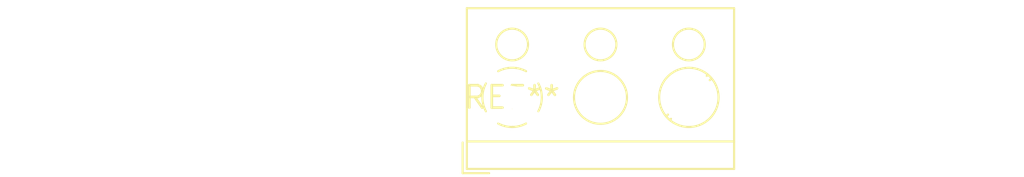
<source format=kicad_pcb>
(kicad_pcb (version 20240108) (generator pcbnew)
  (layers (0 "F.Cu" signal) (31 "B.Cu" signal) (34 "B.Paste" user) (35 "F.Paste" user) (36 "B.SilkS" user "B.Silkscreen") (37 "F.SilkS" user "F.Silkscreen") (38 "B.Mask" user) (39 "F.Mask" user) (44 "Edge.Cuts" user))
  (net 0 "")
  (footprint "TerminalBlock_RND_205-00023_1x02_P10.00mm_Horizontal" (layer "F.Cu") (at 0 0)
    (property "Reference" "REF**")
    (property "Value" "TerminalBlock_RND_205-00023_1x02_P10.00mm_Horizontal")
    (fp_line (start -2.8 2.56) (end -2.8 4.3) (layer "F.SilkS") (stroke (width 0.12)))
    (fp_line (start -2.8 4.3) (end -1.3 4.3) (layer "F.SilkS") (stroke (width 0.12)))
    (fp_line (start -2.56 -5.06) (end -2.56 4.06) (layer "F.SilkS") (stroke (width 0.12)))
    (fp_line (start -2.56 -5.06) (end 12.56 -5.06) (layer "F.SilkS") (stroke (width 0.12)))
    (fp_line (start -2.56 2.5) (end 12.56 2.5) (layer "F.SilkS") (stroke (width 0.12)))
    (fp_line (start -2.56 4.06) (end 12.56 4.06) (layer "F.SilkS") (stroke (width 0.12)))
    (fp_line (start 8.82 0.976) (end 8.726 1.069) (layer "F.SilkS") (stroke (width 0.12)))
    (fp_line (start 8.99 1.216) (end 8.931 1.274) (layer "F.SilkS") (stroke (width 0.12)))
    (fp_line (start 11.07 -1.275) (end 11.011 -1.216) (layer "F.SilkS") (stroke (width 0.12)))
    (fp_line (start 11.275 -1.069) (end 11.181 -0.976) (layer "F.SilkS") (stroke (width 0.12)))
    (fp_line (start 12.56 -5.06) (end 12.56 4.06) (layer "F.SilkS") (stroke (width 0.12)))
    (fp_arc (start -1.483953 0.789089) (mid -1.680708 5e-05) (end -1.484 -0.789) (layer "F.SilkS") (stroke (width 0.12)))
    (fp_arc (start -0.789089 -1.483953) (mid -5e-05 -1.680708) (end 0.789 -1.484) (layer "F.SilkS") (stroke (width 0.12)))
    (fp_arc (start 0.029383 1.68045) (mid -0.392304 1.634281) (end -0.789 1.484) (layer "F.SilkS") (stroke (width 0.12)))
    (fp_arc (start 0.788712 1.483352) (mid 0.406429 1.630097) (end 0 1.68) (layer "F.SilkS") (stroke (width 0.12)))
    (fp_arc (start 1.483953 -0.789089) (mid 1.680708 -5e-05) (end 1.484 0.789) (layer "F.SilkS") (stroke (width 0.12)))
    (fp_circle (center 0 -3) (end 0.9 -3) (layer "F.SilkS") (stroke (width 0.12)) (fill none))
    (fp_circle (center 5 -3) (end 5.9 -3) (layer "F.SilkS") (stroke (width 0.12)) (fill none))
    (fp_circle (center 5 0) (end 6.5 0) (layer "F.SilkS") (stroke (width 0.12)) (fill none))
    (fp_circle (center 10 -3) (end 10.9 -3) (layer "F.SilkS") (stroke (width 0.12)) (fill none))
    (fp_circle (center 10 0) (end 11.68 0) (layer "F.SilkS") (stroke (width 0.12)) (fill none))
    (pad "1" thru_hole rect (at 0 0) (size 2.5 2.5) (drill 1.3) (layers *.Cu *.Mask) (remove_unused_layers))
    (pad "2" thru_hole circle (at 10 0) (size 2.5 2.5) (drill 1.3) (layers *.Cu *.Mask) (remove_unused_layers))
  )
)
</source>
